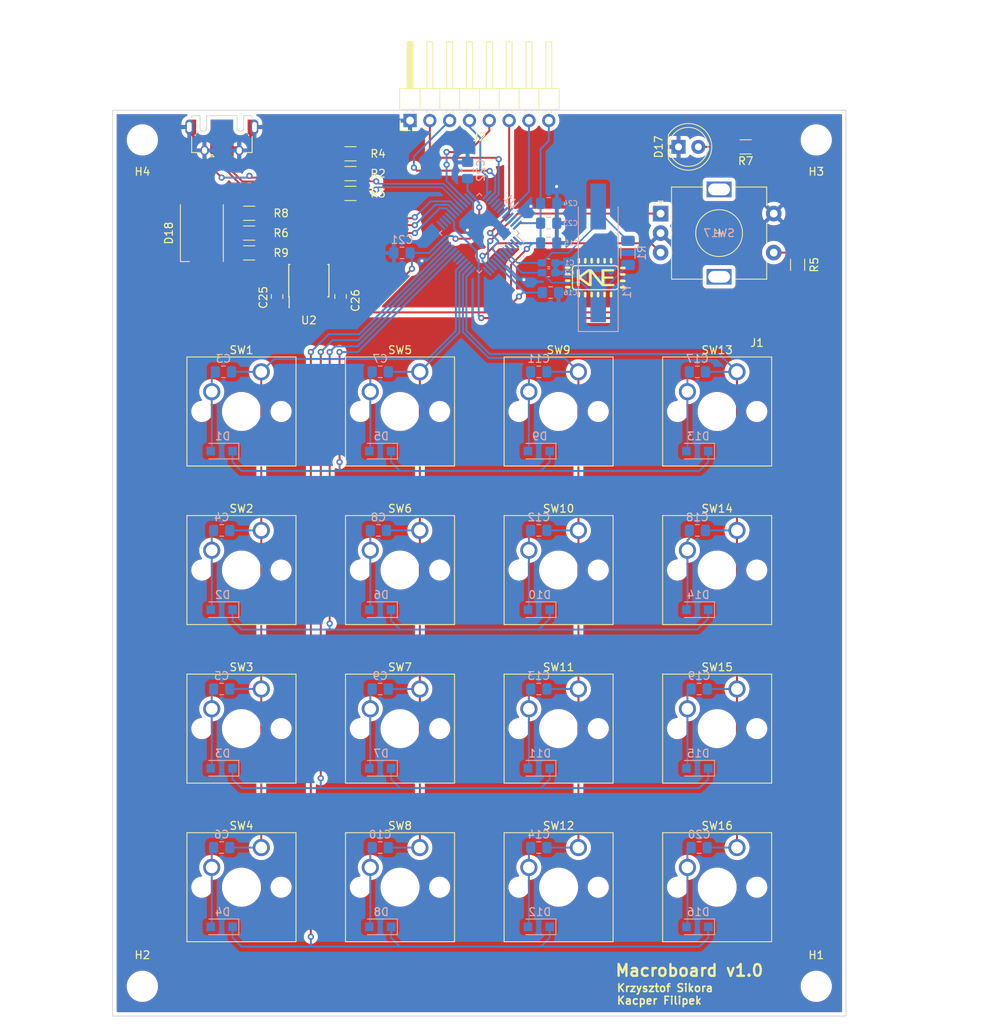
<source format=kicad_pcb>
(kicad_pcb (version 20211014) (generator pcbnew)
  (layers (0 "F.Cu" signal) (31 "B.Cu" signal) (34 "B.Paste" user) (35 "F.Paste" user) (36 "B.SilkS" user "B.Silkscreen") (37 "F.SilkS" user "F.Silkscreen") (38 "B.Mask" user) (39 "F.Mask" user) (44 "Edge.Cuts" user))
  (net 0 "")
  (net 1 "GND")
  (net 2 "Crystal+")
  (net 3 "Crystal-")
  (net 4 "COL0")
  (net 5 "Net-(C3-Pad2)")
  (net 6 "Net-(C4-Pad2)")
  (net 7 "Net-(C5-Pad2)")
  (net 8 "Net-(C6-Pad2)")
  (net 9 "COL1")
  (net 10 "Net-(C7-Pad2)")
  (net 11 "Net-(C8-Pad2)")
  (net 12 "Net-(C9-Pad2)")
  (net 13 "Net-(C10-Pad2)")
  (net 14 "COL2")
  (net 15 "Net-(C11-Pad2)")
  (net 16 "Net-(C12-Pad2)")
  (net 17 "Net-(C13-Pad2)")
  (net 18 "Net-(C14-Pad2)")
  (net 19 "VBAT")
  (net 20 "COL3")
  (net 21 "Net-(C17-Pad2)")
  (net 22 "Net-(C18-Pad2)")
  (net 23 "Net-(C19-Pad2)")
  (net 24 "Net-(C20-Pad2)")
  (net 25 "+5V")
  (net 26 "ROW0")
  (net 27 "ROW1")
  (net 28 "ROW2")
  (net 29 "ROW3")
  (net 30 "Net-(D17-Pad2)")
  (net 31 "Net-(D18-Pad1)")
  (net 32 "Net-(D18-Pad3)")
  (net 33 "Net-(D18-Pad4)")
  (net 34 "Net-(J1-Pad2)")
  (net 35 "Net-(J1-Pad3)")
  (net 36 "JTDO")
  (net 37 "JTDI")
  (net 38 "SWCLK")
  (net 39 "SWDIO")
  (net 40 "NRST")
  (net 41 "BOOT0")
  (net 42 "USBD+")
  (net 43 "USBD-")
  (net 44 "Net-(R5-Pad2)")
  (net 45 "led_blue")
  (net 46 "DebugLED")
  (net 47 "led_green")
  (net 48 "led_red")
  (net 49 "RotaryA")
  (net 50 "RotaryB")
  (footprint "Resistor_SMD:R_1206_3216Metric_Pad1.30x1.75mm_HandSolder" (layer "F.Cu") (at 104.2924 65.024 90)
    (fp_text reference "R5")
    (fp_text value "1k")
  )
  (footprint "Resistor_SMD:R_1206_3216Metric_Pad1.30x1.75mm_HandSolder" (layer "F.Cu") (at 34.01 58.42 180)
    (fp_text reference "R8")
    (fp_text value "100")
  )
  (footprint "Connector_USB:USB_Micro-AB_Molex_47590-0001" (layer "F.Cu") (at 30.51 47.37 180)
    (fp_text reference "J1")
    (fp_text value "USB_B_Micro")
    (fp_line (start -3.75 1.45) (end -2.8 1.45) (layer "Edge.Cuts") (width 0.1))
    (fp_line (start -1.95 1.45) (end 1.95 1.45) (layer "Edge.Cuts") (width 0.1))
    (fp_line (start -1.95 -0.125) (end -1.95 1.45) (layer "Edge.Cuts") (width 0.1))
    (fp_line (start 2.8 1.45) (end 3.75 1.45) (layer "Edge.Cuts") (width 0.1))
    (fp_line (start 2.8 -0.125) (end 2.8 1.45) (layer "Edge.Cuts") (width 0.1))
    (fp_line (start -2.8 -0.125) (end -2.8 1.45) (layer "Edge.Cuts") (width 0.1))
    (fp_line (start 1.95 -0.125) (end 1.95 1.45) (layer "Edge.Cuts") (width 0.1))
    (fp_arc (start -2.8 -0.125) (mid -2.375 -0.55) (end -1.95 -0.125) (layer "Edge.Cuts") (width 0.1))
    (fp_arc (start 1.95 -0.125) (mid 2.375 -0.55) (end 2.8 -0.125) (layer "Edge.Cuts") (width 0.1))
  )
  (footprint "Connector_PinHeader_2.54mm:PinHeader_1x08_P2.54mm_Horizontal" (layer "F.Cu") (at 54.625 46.539 90)
    (fp_text reference "J2")
    (fp_text value "Conn_01x08_Male")
  )
  (footprint "LED_SMD:LED_SK6812_PLCC4_5.0x5.0mm_P3.2mm" (layer "F.Cu") (at 27.94 60.96 -90)
    (fp_text reference "D18")
    (fp_text value "LED_RAGB")
  )
  (footprint "Button_Switch_Keyboard:SW_Cherry_MX_1.00u_PCB" (layer "F.Cu") (at 76.2 78.74)
    (fp_text reference "SW9")
    (fp_text value "SW_Push")
  )
  (footprint "Button_Switch_Keyboard:SW_Cherry_MX_1.00u_PCB" (layer "F.Cu") (at 76.2 139.7)
    (fp_text reference "SW12")
    (fp_text value "SW_Push")
  )
  (footprint "Logo:logo" (layer "F.Cu") (at 78.359 66.675)
    (fp_text reference "G***" hide)
    (fp_text value "LOGO" hide)
  )
  (footprint "Button_Switch_Keyboard:SW_Cherry_MX_1.00u_PCB" (layer "F.Cu") (at 76.2 99.06)
    (fp_text reference "SW10")
    (fp_text value "SW_Push")
  )
  (footprint "LED_THT:LED_D5.0mm" (layer "F.Cu") (at 89.027 49.911)
    (fp_text reference "D17")
    (fp_text value "LED")
  )
  (footprint "Button_Switch_Keyboard:SW_Cherry_MX_1.00u_PCB" (layer "F.Cu") (at 96.52 139.7)
    (fp_text reference "SW16")
    (fp_text value "SW_Push")
  )
  (footprint "Resistor_SMD:R_1206_3216Metric_Pad1.30x1.75mm_HandSolder" (layer "F.Cu") (at 34.01 60.96 180)
    (fp_text reference "R6")
    (fp_text value "100")
  )
  (footprint "Package_SO:PowerIntegrations_SO-8" (layer "F.Cu") (at 41.656 67.056 90)
    (fp_text reference "U2")
    (fp_text value "TC1262-33")
  )
  (footprint "Resistor_SMD:R_1206_3216Metric_Pad1.30x1.75mm_HandSolder" (layer "F.Cu") (at 97.637 49.911 180)
    (fp_text reference "R7")
    (fp_text value "470")
  )
  (footprint "Resistor_SMD:R_1206_3216Metric_Pad1.30x1.75mm_HandSolder" (layer "F.Cu") (at 34.01 63.5 180)
    (fp_text reference "R9")
    (fp_text value "150")
  )
  (footprint "Button_Switch_Keyboard:SW_Cherry_MX_1.00u_PCB" (layer "F.Cu") (at 96.52 99.06)
    (fp_text reference "SW14")
    (fp_text value "SW_Push")
  )
  (footprint "MountingHole:MountingHole_3mm" (layer "F.Cu") (at 20.32 157.48)
    (fp_text reference "H2")
    (fp_text value "MountingHole")
  )
  (footprint "Button_Switch_Keyboard:SW_Cherry_MX_1.00u_PCB" (layer "F.Cu") (at 55.88 78.74)
    (fp_text reference "SW5")
    (fp_text value "SW_Push")
  )
  (footprint "Resistor_SMD:R_1206_3216Metric_Pad1.30x1.75mm_HandSolder" (layer "F.Cu") (at 46.99 50.8)
    (fp_text reference "R4")
    (fp_text value "4.7k")
  )
  (footprint "MountingHole:MountingHole_3mm" (layer "F.Cu") (at 106.68 49.022)
    (fp_text reference "H3")
    (fp_text value "MountingHole")
  )
  (footprint "Button_Switch_Keyboard:SW_Cherry_MX_1.00u_PCB" (layer "F.Cu") (at 35.56 119.38)
    (fp_text reference "SW3")
    (fp_text value "SW_Push")
  )
  (footprint "Rotary_Encoder:RotaryEncoder_Alps_EC11E-Switch_Vertical_H20mm" (layer "F.Cu") (at 86.73 58.46)
    (fp_text reference "SW17")
    (fp_text value "RotaryEncoder_Switch")
  )
  (footprint "Capacitor_SMD:C_0805_2012Metric_Pad1.18x1.45mm_HandSolder" (layer "F.Cu") (at 45.72 69.088 90)
    (fp_text reference "C26")
    (fp_text value "1u")
  )
  (footprint "MountingHole:MountingHole_3mm" (layer "F.Cu") (at 20.32 49.022)
    (fp_text reference "H4")
    (fp_text value "MountingHole")
  )
  (footprint "Button_Switch_Keyboard:SW_Cherry_MX_1.00u_PCB" (layer "F.Cu") (at 35.56 139.7)
    (fp_text reference "SW4")
    (fp_text value "SW_Push")
  )
  (footprint "Button_Switch_Keyboard:SW_Cherry_MX_1.00u_PCB" (layer "F.Cu") (at 35.56 78.74)
    (fp_text reference "SW1")
    (fp_text value "SW_Push")
  )
  (footprint "Button_Switch_Keyboard:SW_Cherry_MX_1.00u_PCB" (layer "F.Cu") (at 96.52 119.38)
    (fp_text reference "SW15")
    (fp_text value "SW_Push")
  )
  (footprint "Button_Switch_Keyboard:SW_Cherry_MX_1.00u_PCB" (layer "F.Cu") (at 76.2 119.38)
    (fp_text reference "SW11")
    (fp_text value "SW_Push")
  )
  (footprint "Button_Switch_Keyboard:SW_Cherry_MX_1.00u_PCB" (layer "F.Cu") (at 96.52 78.74)
    (fp_text reference "SW13")
    (fp_text value "SW_Push")
  )
  (footprint "Button_Switch_Keyboard:SW_Cherry_MX_1.00u_PCB" (layer "F.Cu") (at 55.88 139.7)
    (fp_text reference "SW8")
    (fp_text value "SW_Push")
  )
  (footprint "Resistor_SMD:R_1206_3216Metric_Pad1.30x1.75mm_HandSolder" (layer "F.Cu") (at 46.99 53.34)
    (fp_text reference "R2")
    (fp_text value "20")
  )
  (footprint "Capacitor_SMD:C_0805_2012Metric_Pad1.18x1.45mm_HandSolder" (layer "F.Cu") (at 37.592 69.088 90)
    (fp_text reference "C25")
    (fp_text value "1u")
  )
  (footprint "MountingHole:MountingHole_3mm" (layer "F.Cu") (at 106.68 157.48)
    (fp_text reference "H1")
    (fp_text value "MountingHole")
  )
  (footprint "Button_Switch_Keyboard:SW_Cherry_MX_1.00u_PCB" (layer "F.Cu") (at 55.88 119.38)
    (fp_text reference "SW7")
    (fp_text value "SW_Push")
  )
  (footprint "Button_Switch_Keyboard:SW_Cherry_MX_1.00u_PCB" (layer "F.Cu") (at 35.56 99.06)
    (fp_text reference "SW2")
    (fp_text value "SW_Push")
  )
  (footprint "Button_Switch_Keyboard:SW_Cherry_MX_1.00u_PCB" (layer "F.Cu") (at 55.88 99.06)
    (fp_text reference "SW6")
    (fp_text value "SW_Push")
  )
  (footprint "Resistor_SMD:R_1206_3216Metric_Pad1.30x1.75mm_HandSolder" (layer "F.Cu") (at 46.99 55.88 180)
    (fp_text reference "R3")
    (fp_text value "20")
  )
  (footprint "Capacitor_SMD:C_0805_2012Metric_Pad1.18x1.45mm_HandSolder" (layer "B.Cu") (at 91.6725 139.7 180)
    (fp_text reference "C20")
    (fp_text value "C")
  )
  (footprint "Diode_SMD:D_SOD-123F" (layer "B.Cu") (at 50.8 109.22 180)
    (fp_text reference "D6")
    (fp_text value "D")
  )
  (footprint "Capacitor_SMD:C_0805_2012Metric_Pad1.18x1.45mm_HandSolder" (layer "B.Cu") (at 30.48 139.7 180)
    (fp_text reference "C6")
    (fp_text value "C")
  )
  (footprint "Capacitor_SMD:C_0805_2012Metric_Pad1.18x1.45mm_HandSolder" (layer "B.Cu") (at 91.6725 119.38 180)
    (fp_text reference "C19")
    (fp_text value "C")
  )
  (footprint "Resistor_SMD:R_1206_3216Metric_Pad1.30x1.75mm_HandSolder" (layer "B.Cu") (at 82.55 63.5 -90)
    (fp_text reference "R1")
    (fp_text value "1M")
  )
  (footprint "Capacitor_SMD:C_0805_2012Metric_Pad1.18x1.45mm_HandSolder" (layer "B.Cu") (at 72.39 57.15)
    (fp_text reference "C24")
    (fp_text value "4.7u")
  )
  (footprint "Diode_SMD:D_SOD-123F" (layer "B.Cu") (at 71.12 109.22 180)
    (fp_text reference "D10")
    (fp_text value "D")
  )
  (footprint "Crystal:Crystal_SMD_HC49-SD_HandSoldering" (layer "B.Cu") (at 78.74 63.5 90)
    (fp_text reference "Y1")
    (fp_text value "8MHz")
  )
  (footprint "Capacitor_SMD:C_0805_2012Metric_Pad1.18x1.45mm_HandSolder" (layer "B.Cu") (at 50.8 78.74 180)
    (fp_text reference "C7")
    (fp_text value "C")
  )
  (footprint "Diode_SMD:D_SOD-123F" (layer "B.Cu") (at 50.8 88.9 180)
    (fp_text reference "D5")
    (fp_text value "D")
  )
  (footprint "Diode_SMD:D_SOD-123F" (layer "B.Cu") (at 50.8 149.86 180)
    (fp_text reference "D8")
    (fp_text value "D")
  )
  (footprint "Capacitor_SMD:C_0805_2012Metric_Pad1.18x1.45mm_HandSolder" (layer "B.Cu") (at 71.12 78.74 180)
    (fp_text reference "C11")
    (fp_text value "C")
  )
  (footprint "Capacitor_SMD:C_0805_2012Metric_Pad1.18x1.45mm_HandSolder" (layer "B.Cu") (at 72.39 62.23)
    (fp_text reference "C15")
    (fp_text value "10n")
  )
  (footprint "Capacitor_SMD:C_0805_2012Metric_Pad1.18x1.45mm_HandSolder" (layer "B.Cu") (at 72.39 59.69)
    (fp_text reference "C23")
    (fp_text value "100n")
  )
  (footprint "Capacitor_SMD:C_0603_1608Metric_Pad1.08x0.95mm_HandSolder" (layer "B.Cu") (at 72.39 66.04 180)
    (fp_text reference "C2")
    (fp_text value "20p")
  )
  (footprint "Diode_SMD:D_SOD-123F" (layer "B.Cu") (at 50.8 129.54 180)
    (fp_text reference "D7")
    (fp_text value "D")
  )
  (footprint "Capacitor_SMD:C_0805_2012Metric_Pad1.18x1.45mm_HandSolder" (layer "B.Cu") (at 53.594 63.5 180)
    (fp_text reference "C21")
    (fp_text value "100n")
  )
  (footprint "Diode_SMD:D_SOD-123F" (layer "B.Cu") (at 91.44 88.9 180)
    (fp_text reference "D13")
    (fp_text value "D")
  )
  (footprint "Package_QFP:LQFP-48_7x7mm_P0.5mm" (layer "B.Cu") (at 63.5 60.96 135)
    (fp_text reference "U1")
    (fp_text value "STM32F103C6Tx")
  )
  (footprint "Capacitor_SMD:C_0805_2012Metric_Pad1.18x1.45mm_HandSolder" (layer "B.Cu") (at 71.12 139.7 180)
    (fp_text reference "C14")
    (fp_text value "C")
  )
  (footprint "Diode_SMD:D_SOD-123F" (layer "B.Cu") (at 30.48 88.9 180)
    (fp_text reference "D1")
    (fp_text value "D")
  )
  (footprint "Capacitor_SMD:C_0805_2012Metric_Pad1.18x1.45mm_HandSolder" (layer "B.Cu") (at 50.5675 99.06 180)
    (fp_text reference "C8")
    (fp_text value "C")
  )
  (footprint "Capacitor_SMD:C_0805_2012Metric_Pad1.18x1.45mm_HandSolder" (layer "B.Cu") (at 30.48 119.38 180)
    (fp_text reference "C5")
    (fp_text value "C")
  )
  (footprint "Capacitor_SMD:C_0805_2012Metric_Pad1.18x1.45mm_HandSolder" (layer "B.Cu") (at 30.48 99.06 180)
    (fp_text reference "C4")
    (fp_text value "C")
  )
  (footprint "Capacitor_SMD:C_0805_2012Metric_Pad1.18x1.45mm_HandSolder" (layer "B.Cu") (at 30.7125 78.74 180)
    (fp_text reference "C3")
    (fp_text value "C")
  )
  (footprint "Diode_SMD:D_SOD-123F" (layer "B.Cu") (at 30.48 109.22 180)
    (fp_text reference "D2")
    (fp_text value "D")
  )
  (footprint "Capacitor_SMD:C_0805_2012Metric_Pad1.18x1.45mm_HandSolder" (layer "B.Cu") (at 71.12 99.06 180)
    (fp_text reference "C12")
    (fp_text value "C")
  )
  (footprint "Capacitor_SMD:C_0805_2012Metric_Pad1.18x1.45mm_HandSolder" (layer "B.Cu") (at 91.44 99.06 180)
    (fp_text reference "C18")
    (fp_text value "C")
  )
  (footprint "Capacitor_SMD:C_0805_2012Metric_Pad1.18x1.45mm_HandSolder" (layer "B.Cu") (at 91.44 78.74 180)
    (fp_text reference "C17")
    (fp_text value "C")
  )
  (footprint "Capacitor_SMD:C_0805_2012Metric_Pad1.18x1.45mm_HandSolder" (layer "B.Cu") (at 72.6225 68.58)
    (fp_text reference "C16")
    (fp_text value "10n")
  )
  (footprint "Capacitor_SMD:C_0805_2012Metric_Pad1.18x1.45mm_HandSolder" (layer "B.Cu") (at 50.8 139.7 180)
    (fp_text reference "C10")
    (fp_text value "C")
  )
  (footprint "Diode_SMD:D_SOD-123F" (layer "B.Cu") (at 91.44 129.54 180)
    (fp_text reference "D15")
    (fp_text value "D")
  )
  (footprint "Capacitor_SMD:C_0603_1608Metric_Pad1.08x0.95mm_HandSolder" (layer "B.Cu") (at 72.39 64.77 180)
    (fp_text reference "C1")
    (fp_text value "20p")
  )
  (footprint "Diode_SMD:D_SOD-123F" (layer "B.Cu") (at 30.48 149.86 180)
    (fp_text reference "D4")
    (fp_text value "D")
  )
  (footprint "Diode_SMD:D_SOD-123F" (layer "B.Cu") (at 30.48 129.54 180)
    (fp_text reference "D3")
    (fp_text value "D")
  )
  (footprint "Diode_SMD:D_SOD-123F" (layer "B.Cu") (at 91.44 149.86 180)
    (fp_text reference "D16")
    (fp_text value "D")
  )
  (footprint "Capacitor_SMD:C_0805_2012Metric_Pad1.18x1.45mm_HandSolder" (layer "B.Cu") (at 61.9975 52.9375 90)
    (fp_text reference "C22")
    (fp_text value "100n")
  )
  (footprint "Diode_SMD:D_SOD-123F" (layer "B.Cu") (at 91.44 109.22 180)
    (fp_text reference "D14")
    (fp_text value "D")
  )
  (footprint "Diode_SMD:D_SOD-123F" (layer "B.Cu") (at 71.12 149.86 180)
    (fp_text reference "D12")
    (fp_text value "D")
  )
  (footprint "Diode_SMD:D_SOD-123F" (layer "B.Cu") (at 71.12 88.9 180)
    (fp_text reference "D9")
    (fp_text value "D")
  )
  (footprint "Diode_SMD:D_SOD-123F" (layer "B.Cu") (at 71.12 129.54 180)
    (fp_text reference "D11")
    (fp_text value "D")
  )
  (footprint "Capacitor_SMD:C_0805_2012Metric_Pad1.18x1.45mm_HandSolder" (layer "B.Cu") (at 50.8 119.38 180)
    (fp_text reference "C9")
    (fp_text value "C")
  )
  (footprint "Capacitor_SMD:C_0805_2012Metric_Pad1.18x1.45mm_HandSolder" (layer "B.Cu") (at 71.12 119.38 180)
    (fp_text reference "C13")
    (fp_text value "C")
  )
  (gr_rect (start 16.51 45.212) (end 110.49 161.29) (layer "Edge.Cuts") (width 0.1) (fill none))
  (gr_text "Macroboard v1.0" (at 90.424 155.448) (layer "F.SilkS") (effects (font (size 1.5 1.5) (thickness 0.3))))
  (gr_text "Krzysztof Sikora\nKacper Filipek" (at 81.026 158.496) (layer "F.SilkS") (effects (font (size 1 1) (thickness 0.2)) (justify left)))
  (segment (start 31.81 50.045) (end 31.81 48.67) (width 0.25) (layer "F.Cu") (net 1))
  (segment (start 31.81 48.67) (end 30.51 47.37) (width 0.25) (layer "F.Cu") (net 1))
  (segment (start 72.644 54.991) (end 73.406 54.991) (width 0.25) (layer "F.Cu") (net 1))
  (segment (start 31.16 50.045) (end 31.16 48.02) (width 0.25) (layer "F.Cu") (net 1))
  (segment (start 61.976 60.579) (end 58.293 60.579) (width 0.25) (layer "F.Cu") (net 1))
  (segment (start 31.16 48.02) (end 30.51 47.37) (width 0.25) (layer "F.Cu") (net 1))
  (segment (start 70.104 57.531) (end 72.644 54.991) (width 0.25) (layer "F.Cu") (net 1))
  (segment (start 50.8215 68.0505) (end 45.72 68.0505) (width 0.25) (layer "F.Cu") (net 1))
  (segment (start 58.293 60.579) (end 50.8215 68.0505) (width 0.25) (layer "F.Cu") (net 1))
  (via (at 73.406 54.991) (size 0.8) (drill 0.4) (layers "F.Cu" "B.Cu") (net 1))
  (via (at 70.104 57.531) (size 0.8) (drill 0.4) (layers "F.Cu" "B.Cu") (net 1))
  (via (at 69.215 66.929) (size 0.8) (drill 0.4) (layers "F.Cu" "B.Cu") (net 1))
  (via (at 61.976 60.579) (size 0.8) (drill 0.4) (layers "F.Cu" "B.Cu") (net 1))
  (via (at 56.134 64.516) (size 0.8) (drill 0.4) (layers "F.Cu" "B.Cu") (net 1))
  (segment (start 68.40834 66.929) (end 68.58 66.929) (width 0.25) (layer "B.Cu") (net 1))
  (segment (start 73.406 54.991) (end 73.406 57.1285) (width 0.25) (layer "B.Cu") (net 1))
  (segment (start 68.58 66.929) (end 68.372986 66.929) (width 0.25) (layer "B.Cu") (net 1))
  (segment (start 58.965678 62.312342) (end 56.76202 64.516) (width 0.25) (layer "B.Cu") (net 1))
  (segment (start 68.034322 59.607658) (end 70.104 57.53798) (width 0.25) (layer "B.Cu") (net 1))
  (segment (start 73.406 57.1285) (end 73.4275 57.15) (width 0.25) (layer "B.Cu") (net 1))
  (segment (start 68.58 66.929) (end 69.215 66.929) (width 0.25) (layer "B.Cu") (net 1))
  (segment (start 56.76202 64.516) (end 56.134 64.516) (width 0.25) (layer "B.Cu") (net 1))
  (segment (start 62.715596 59.839404) (end 62.715596 56.993616) (width 0.25) (layer "B.Cu") (net 1))
  (segment (start 61.976 60.579) (end 62.715596 59.839404) (width 0.25) (layer "B.Cu") (net 1))
  (segment (start 68.372986 66.929) (end 65.959986 64.516) (width 0.25) (layer "B.Cu") (net 1))
  (segment (start 70.104 57.53798) (end 70.104 57.531) (width 0.25) (layer "B.Cu") (net 1))
  (segment (start 62.715596 56.993616) (end 62.147658 56.425678) (width 0.25) (layer "B.Cu") (net 1))
  (segment (start 78.74 58.14) (end 78.74 57.5625) (width 0.2) (layer "B.Cu") (net 2))
  (segment (start 74.93 63.5) (end 78.74 59.69) (width 0.2) (layer "B.Cu") (net 2))
  (segment (start 71.5275 64.77) (end 72.7975 63.5) (width 0.2) (layer "B.Cu") (net 2))
  (segment (start 68.37066 64.77) (end 66.973662 63.373002) (width 0.2) (layer "B.Cu") (net 2))
  (segment (start 78.74 59.69) (end 78.74 57.5625) (width 0.2) (layer "B.Cu") (net 2))
  (segment (start 82.55 61.95) (end 78.74 58.14) (width 0.2) (layer "B.Cu") (net 2))
  (segment (start 72.7975 63.5) (end 74.93 63.5) (width 0.2) (layer "B.Cu") (net 2))
  (segment (start 71.5275 64.77) (end 68.37066 64.77) (width 0.2) (layer "B.Cu") (net 2))
  (segment (start 71.5275 66.04) (end 72.7975 67.31) (width 0.2) (layer "B.Cu") (net 3))
  (segment (start 78.74 68.86) (end 78.74 69.4375) (width 0.2) (layer "B.Cu") (net 3))
  (segment (start 76.6125 67.31) (end 78.74 69.4375) (width 0.2) (layer "B.Cu") (net 3))
  (segment (start 82.55 65.05) (end 78.74 68.86) (width 0.2) (layer "B.Cu") (net 3))
  (segment (start 71.5275 66.04) (end 68.933554 66.04) (width 0.2) (layer "B.Cu") (net 3))
  (segment (start 72.7975 67.31) (end 76.6125 67.31) (width 0.2) (layer "B.Cu") (net 3))
  (segment (start 68.933554 66.04) (end 66.620109 63.726555) (width 0.2) (layer "B.Cu") (net 3))
  (segment (start 35.56 78.74) (end 35.56 99.06) (width 0.25) (layer "F.Cu") (net 4))
  (segment (start 35.56 119.38) (end 35.56 139.7) (width 0.25) (layer "F.Cu") (net 4))
  (segment (start 35.56 99.06) (end 35.56 119.38) (width 0.25) (layer "F.Cu") (net 4))
  (segment (start 56.894604 77.089) (end 37.211 77.089) (width 0.25) (layer "B.Cu") (net 4))
  (segment (start 60.499 65.728766) (end 60.499 73.484604) (width 0.25) (layer "B.Cu") (net 4))
  (segment (start 31.5175 99.06) (end 35.56 99.06) (width 0.25) (layer "B.Cu") (net 4))
  (segment (start 37.211 77.089) (end 35.56 78.74) (width 0.25) (layer "B.Cu") (net 4))
  (segment (start 60.499 73.484604) (end 56.894604 77.089) (width 0.25) (layer "B.Cu") (net 4))
  (segment (start 31.75 78.74) (end 35.56 78.74) (width 0.25) (layer "B.Cu") (net 4))
  (segment (start 61.440551 64.787215) (end 60.499 65.728766) (width 0.25) (layer "B.Cu") (net 4))
  (segment (start 31.5175 119.38) (end 35.56 119.38) (width 0.25) (layer "B.Cu") (net 4))
  (segment (start 31.5175 139.7) (end 35.56 139.7) (width 0.25) (layer "B.Cu") (net 4))
  (segment (start 29.21 81.28) (end 29.21 88.77) (width 0.25) (layer "B.Cu") (net 5))
  (segment (start 29.21 88.77) (end 29.08 88.9) (width 0.25) (layer "B.Cu") (net 5))
  (segment (start 29.675 78.74) (end 29.21 79.205) (width 0.25) (layer "B.Cu") (net 5))
  (segment (start 29.21 79.205) (end 29.21 81.28) (width 0.25) (layer "B.Cu") (net 5))
  (segment (start 29.21 99.2925) (end 29.21 101.6) (width 0.25) (layer "B.Cu") (net 6))
  (segment (start 29.21 109.09) (end 29.08 109.22) (width 0.25) (layer "B.Cu") (net 6))
  (segment (start 29.4425 99.06) (end 29.21 99.2925) (width 0.25) (layer "B.Cu") (net 6))
  (segment (start 29.21 101.6) (end 29.21 109.09) (width 0.25) (layer "B.Cu") (net 6))
  (segment (start 29.21 129.41) (end 29.08 129.54) (width 0.25) (layer "B.Cu") (net 7))
  (segment (start 29.21 119.6125) (end 29.21 121.92) (width 0.25) (layer "B.Cu") (net 7))
  (segment (start 29.21 121.92) (end 29.21 129.41) (width 0.25) (layer "B.Cu") (net 7))
  (segment (start 29.4425 119.38) (end 29.21 119.6125) (width 0.25) (layer "B.Cu") (net 7))
  (segment (start 29.21 142.24) (end 29.21 149.73) (width 0.25) (layer "B.Cu") (net 8))
  (segment (start 29.21 149.73) (end 29.08 149.86) (width 0.25) (layer "B.Cu") (net 8))
  (segment (start 29.4425 139.7) (end 29.21 139.9325) (width 0.25) (layer "B.Cu") (net 8))
  (segment (start 29.21 139.9325) (end 29.21 142.24) (width 0.25) (layer "B.Cu") (net 8))
  (segment (start 55.88 139.7) (end 55.88 119.38) (width 0.25) (layer "F.Cu") (net 9))
  (segment (start 55.88 99.06) (end 55.88 78.74) (width 0.25) (layer "F.Cu") (net 9))
  (segment (start 55.88 119.38) (end 55.88 99.06) (width 0.25) (layer "F.Cu") (net 9))
  (segment (start 51.8375 78.74) (end 55.88 78.74) (width 0.25) (layer "B.Cu") (net 9))
  (segment (start 60.949 65.985874) (end 60.949 73.671) (width 0.25) (layer "B.Cu") (net 9))
  (segment (start 51.605 99.06) (end 55.88 99.06) (width 0.25) (layer "B.Cu") (net 9))
  (segment (start 61.794105 65.140769) (end 60.949 65.985874) (width 0.25) (layer "B.Cu") (net 9))
  (segment (start 51.8375 139.7) (end 55.88 139.7) (width 0.25) (layer "B.Cu") (net 9))
  (segment (start 60.949 73.671) (end 55.88 78.74) (width 0.25) (layer "B.Cu") (net 9))
  (segment (start 51.8375 119.38) (end 55.88 119.38) (width 0.25) (layer "B.Cu") (net 9))
  (segment (start 49.53 81.28) (end 49.53 88.77) (width 0.25) (layer "B.Cu") (net 10))
  (segment (start 49.7625 78.74) (end 49.53 78.9725) (width 0.25) (layer "B.Cu") (net 10))
  (segment (start 49.53 78.9725) (end 49.53 81.28) (width 0.25) (layer "B.Cu") (net 10))
  (segment (start 49.53 88.77) (end 49.4 88.9) (width 0.25) (layer "B.Cu") (net 10))
  (segment (start 49.53 101.6) (end 49.53 109.22) (width 0.25) (layer "B.Cu") (net 11))
  (segment (start 49.53 99.06) (end 49.53 101.6) (width 0.25) (layer "B.Cu") (net 11))
  (segment (start 49.53 129.41) (end 49.4 129.54) (width 0.25) (layer "B.Cu") (net 12))
  (segment (start 49.53 121.92) (end 49.53 129.41) (width 0.25) (layer "B.Cu") (net 12))
  (segment (start 49.7625 119.38) (end 49.53 119.6125) (width 0.25) (layer "B.Cu") (net 12))
  (segment (start 49.53 119.6125) (end 49.53 121.92) (width 0.25) (layer "B.Cu") (net 12))
  (segment (start 49.53 149.73) (end 49.4 149.86) (width 0.25) (layer "B.Cu") (net 13))
  (segment (start 49.7625 139.7) (end 49.53 139.9325) (width 0.25) (layer "B.Cu") (net 13))
  (segment (start 49.53 142.24) (end 49.53 149.73) (width 0.25) (layer "B.Cu") (net 13))
  (segment (start 49.53 139.9325) (end 49.53 142.24) (width 0.25) (layer "B.Cu") (net 13))
  (segment (start 76.2 99.06) (end 76.2 119.38) (width 0.25) (layer "F.Cu") (net 14))
  (segment (start 76.2 78.74) (end 76.2 99.06) (width 0.25) (layer "F.Cu") (net 14))
  (segment (start 76.2 119.38) (end 76.2 139.7) (width 0.25) (layer "F.Cu") (net 14))
  (segment (start 72.1575 99.06) (end 76.2 99.06) (width 0.25) (layer "B.Cu") (net 14))
  (segment (start 72.1575 78.74) (end 76.2 78.74) (width 0.25) (layer "B.Cu") (net 14))
  (segment (start 72.1575 139.7) (end 76.2 139.7) (width 0.25) (layer "B.Cu") (net 14))
  (segment (start 74.422 76.962) (end 76.2 78.74) (width 0.25) (layer "B.Cu") (net 14))
  (segment (start 64.705802 76.962) (end 74.422 76.962) (width 0.25) (layer "B.Cu") (net 14))
  (segment (start 61.399 66.24298) (end 61.399 73.655198) (width 0.25) (layer "B.Cu") (net 14))
  (segment (start 72.1575 119.38) (end 76.2 119.38) (width 0.25) (layer "B.Cu") (net 14))
  (segment (start 61.399 73.655198) (end 64.705802 76.962) (width 0.25) (layer "B.Cu") (net 14))
  (segment (start 62.147658 65.494322) (end 61.399 66.24298) (width 0.25) (layer "B.Cu") (net 14))
  (segment (start 70.0825 78.74) (end 69.85 78.9725) (width 0.25) (layer "B.Cu") (net 15))
  (segment (start 69.85 88.77) (end 69.72 88.9) (width 0.25) (layer "B.Cu") (net 15))
  (segment (start 69.85 78.9725) (end 69.85 81.28) (width 0.25) (layer "B.Cu") (net 15))
  (segment (start 69.85 81.28) (end 69.85 88.77) (width 0.25) (layer "B.Cu") (net 15))
  (segment (start 70.0825 99.06) (end 69.85 99.2925) (width 0.25) (layer "B.Cu") (net 16))
  (segment (start 69.85 99.2925) (end 69.85 101.6) (width 0.25) (layer "B.Cu") (net 16))
  (segment (start 69.85 101.6) (end 69.85 109.09) (width 0.25) (layer "B.Cu") (net 16))
  (segment (start 69.85 109.09) (end 69.72 109.22) (width 0.25) (layer "B.Cu") (net 16))
  (segment (start 69.85 121.92) (end 69.85 129.41) (width 0.25) (layer "B.Cu") (net 17))
  (segment (start 69.85 129.41) (end 69.72 129.54) (width 0.25) (layer "B.Cu") (net 17))
  (segment (start 70.0825 119.38) (end 69.85 119.6125) (width 0.25) (layer "B.Cu") (net 17))
  (segment (start 69.85 119.6125) (end 69.85 121.92) (width 0.25) (layer "B.Cu") (net 17))
  (segment (start 69.85 149.73) (end 69.72 149.86) (width 0.25) (layer "B.Cu") (net 18))
  (segment (start 69.85 139.9325) (end 69.85 142.24) (width 0.25) (layer "B.Cu") (net 18))
  (segment (start 70.0825 139.7) (end 69.85 139.9325) (width 0.25) (layer "B.Cu") (net 18))
  (segment (start 69.85 142.24) (end 69.85 149.73) (width 0.25) (layer "B.Cu") (net 18))
  (segment (start 44.7395 71.106) (end 44.7535 71.12) (width 0.25) (layer "F.Cu") (net 19))
  (segment (start 44.7395 71.106) (end 45.72 70.1255) (width 0.25) (layer "F.Cu") (net 19))
  (segment (start 104.14 68.58) (end 104.14 66.7264) (width 0.25) (layer "F.Cu") (net 19))
  (segment (start 66.548 71.12) (end 101.6 71.12) (width 0.25) (layer "F.Cu") (net 19))
  (segment (start 67.564 70.104) (end 68.58 69.088) (width 0.25) (layer "F.Cu") (net 19))
  (segment (start 44.7535 71.12) (end 49.276 71.12) (width 0.25) (layer "F.Cu") (net 19))
  (segment (start 42.291 69.781) (end 42.291 70.481) (width 0.25) (layer "F.Cu") (net 19))
  (segment (start 49.276 71.12) (end 54.864 65.532) (width 0.25) (layer "F.Cu") (net 19))
  (segment (start 67.564 70.104) (end 67.564 65.024) (width 0.25) (layer "F.Cu") (net 19))
  (segment (start 62.276805 61.6845) (end 63.5 60.461305) (width 0.25) (layer "F.Cu") (net 19))
  (segment (start 63.5 60.461305) (end 63.5 57.658) (width 0.25) (layer "F.Cu") (net 19))
  (segment (start 60.452 61.6845) (end 62.276805 61.6845) (width 0.25) (layer "F.Cu") (net 19))
  (segment (start 42.916 71.106) (end 44.7395 71.106) (width 0.25) (layer "F.Cu") (net 19))
  (segment (start 101.6 71.12) (end 104.14 68.58) (width 0.25) (layer "F.Cu") (net 19))
  (segment (start 49.276 71.12) (end 66.548 71.12) (width 0.25) (layer "F.Cu") (net 19))
  (segment (start 104.14 66.7264) (end 104.2924 66.574) (width 0.25) (layer "F.Cu") (net 19))
  (segment (start 66.548 71.12) (end 67.564 70.104) (width 0.25) (layer "F.Cu") (net 19))
  (segment (start 42.291 70.481) (end 42.916 71.106) (width 0.25) (layer "F.Cu") (net 19))
  (segment (start 67.564 65.024) (end 69.596 62.992) (width 0.25) (layer "F.Cu") (net 19))
  (via (at 68.58 69.088) (size 0.8) (drill 0.4) (layers "F.Cu" "B.Cu") (net 19))
  (via (at 63.5 57.658) (size 0.8) (drill 0.4) (layers "F.Cu" "B.Cu") (net 19))
  (via (at 69.596 62.992) (size 0.8) (drill 0.4) (layers "F.Cu" "B.Cu") (net 19))
  (via (at 54.864 65.532) (size 0.8) (drill 0.4) (layers "F.Cu" "B.Cu") (net 19))
  (via (at 60.452 61.6845) (size 0.8) (drill 0.4) (layers "F.Cu" "B.Cu") (net 19))
  (segment (start 71.3525 50.1865) (end 72.405 49.134) (width 0.25) (layer "B.Cu") (net 19))
  (segment (start 71.585 68.58) (end 69.352234 68.58) (width 0.25) (layer "B.Cu") (net 19))
  (segment (start 71.3525 62.23) (end 70.358 62.23) (width 0.25) (layer "B.Cu") (net 19))
  (segment (start 71.3525 57.15) (end 71.3525 59.69) (width 0.25) (layer "B.Cu") (net 19))
  (segment (start 69.596 62.992) (end 70.358 62.23) (width 0.25) (layer "B.Cu") (net 19))
  (segment (start 68.58 69.088) (end 69.088 68.58) (width 0.25) (layer "B.Cu") (net 19))
  (segment (start 61.9975 55.568412) (end 62.501212 56.072124) (width 0.25) (layer "B.Cu") (net 19))
  (segment (start 71.3525 57.15) (end 71.3525 50.1865) (width 0.25) (layer "B.Cu") (net 19))
  (segment (start 61.9975 53.975) (end 61.9975 55.568412) (width 0.25) (layer "B.Cu") (net 19))
  (segment (start 63.5 57.070912) (end 62.501212 56.072124) (width 0.25) (layer "B.Cu") (net 19))
  (segment (start 58.612124 61.958788) (end 58.589612 61.958788) (width 0.25) (layer "B.Cu") (net 19))
  (segment (start 58.589612 61.958788) (end 57.0484 63.5) (width 0.25) (layer "B.Cu") (net 19))
  (segment (start 71.3525 59.69) (end 71.3525 62.23) (width 0.25) (layer "B.Cu") (net 19))
  (segment (start 72.405 49.134) (end 72.405 46.539) (width 0.25) (layer "B.Cu") (net 19))
  (segment (start 69.352234 68.58) (end 65.559449 64.787215) (width 0.25) (layer "B.Cu") (net 19))
  (segment (start 54.864 65.532) (end 54.864 63.7325) (width 0.25) (layer "B.Cu") (net 19))
  (segment (start 54.6315 63.5) (end 57.0484 63.5) (width 0.25) (layer "B.Cu") (net 19))
  (segment (start 59.229912 61.341) (end 59.69 61.341) (width 0.25) (layer "B.Cu") (net 19))
  (segment (start 63.5 57.658) (end 63.5 57.070912) (width 0.25) (layer "B.Cu") (net 19))
  (segment (start 70.358 62.23) (end 68.659088 62.23) (width 0.25) (layer "B.Cu") (net 19))
  (segment (start 68.659088 62.23) (end 68.387876 61.958788) (width 0.25) (layer "B.Cu") (net 19))
  (segment (start 60.1085 61.341) (end 60.452 61.6845) (width 0.25) (layer "B.Cu") (net 19))
  (segment (start 58.612124 61.958788) (end 59.229912 61.341) (width 0.25) (layer "B.Cu") (net 19))
  (segment (start 54.864 63.7325) (end 54.6315 63.5) (width 0.25) (layer "B.Cu") (net 19))
  (segment (start 71.3525 59.69) (end 68.659088 59.69) (width 0.25) (layer "B.Cu") (net 19))
  (segment (start 68.659088 59.69) (end 68.387876 59.961212) (width 0.25) (layer "B.Cu") (net 19))
  (segment (start 69.088 68.58) (end 69.352234 68.58) (width 0.25) (layer "B.Cu") (net 19))
  (segment (start 59.69 61.341) (end 60.1085 61.341) (width 0.25) (layer "B.Cu") (net 19))
  (segment (start 96.52 99.06) (end 96.52 78.74) (width 0.25) (layer "F.Cu") (net 20))
  (segment (start 96.52 119.38) (end 96.52 99.06) (width 0.25) (layer "F.Cu") (net 20))
  (segment (start 96.52 139.7) (end 96.52 119.38) (width 0.25) (layer "F.Cu") (net 20))
  (segment (start 64.834198 76.454) (end 61.849 73.468802) (width 0.25) (layer "B.Cu") (net 20))
  (segment (start 62.501212 65.895788) (end 62.501212 65.847876) (width 0.25) (layer "B.Cu") (net 20))
  (segment (start 94.234 76.454) (end 64.834198 76.454) (width 0.25) (layer "B.Cu") (net 20))
  (segment (start 92.4775 99.06) (end 96.52 99.06) (width 0.25) (layer "B.Cu") (net 20))
  (segment (start 61.849 73.468802) (end 61.849 66.548) (width 0.25) (layer "B.Cu") (net 20))
  (segment (start 92.4775 78.74) (end 96.52 78.74) (width 0.25) (layer "B.Cu") (net 20))
  (segment (start 92.71 139.7) (end 96.52 139.7) (width 0.25) (layer "B.Cu") (net 20))
  (segment (start 92.71 119.38) (end 96.52 119.38) (width 0.25) (layer "B.Cu") (net 20))
  (segment (start 96.52 78.74) (end 94.234 76.454) (width 0.25) (layer "B.Cu") (net 20))
  (segment (start 61.849 66.548) (end 62.501212 65.895788) (width 0.25) (layer "B.Cu") (net 20))
  (segment (start 90.4025 78.74) (end 90.17 78.9725) (width 0.25) (layer "B.Cu") (net 21))
  (segment (start 90.17 88.77) (end 90.04 88.9) (width 0.25) (layer "B.Cu") (net 21))
  (segment (start 90.17 81.28) (end 90.17 88.77) (width 0.25) (layer "B.Cu") (net 21))
  (segment (start 90.17 78.9725) (end 90.17 81.28) (width 0.25) (layer "B.Cu") (net 21))
  (segment (start 90.4025 100.0975) (end 90.17 100.33) (width 0.25) (layer "B.Cu") (net 22))
  (segment (start 90.17 101.6) (end 90.17 109.09) (width 0.25) (layer "B.Cu") (net 22))
  (segment (start 90.17 100.33) (end 90.17 101.6) (width 0.25) (layer "B.Cu") (net 22))
  (segment (start 90.4025 99.06) (end 90.4025 100.0975) (width 0.25) (layer "B.Cu") (net 22))
  (segment (start 90.17 109.09) (end 90.04 109.22) (width 0.25) (layer "B.Cu") (net 22))
  (segment (start 90.17 121.92) (end 90.17 129.41) (width 0.25) (layer "B.Cu") (net 23))
  (segment (start 90.17 119.845) (end 90.17 121.92) (width 0.25) (layer "B.Cu") (net 23))
  (segment (start 90.17 129.41) (end 90.04 129.54) (width 0.25) (layer "B.Cu") (net 23))
  (segment (start 90.635 119.38) (end 90.17 119.845) (width 0.25) (layer "B.Cu") (net 23))
  (segment (start 90.17 149.73) (end 90.04 149.86) (width 0.25) (layer "B.Cu") (net 24))
  (segment (start 90.17 142.24) (end 90.17 149.73) (width 0.25) (layer "B.Cu") (net 24))
  (segment (start 90.17 140.165) (end 90.17 142.24) (width 0.25) (layer "B.Cu") (net 24))
  (segment (start 90.635 139.7) (end 90.17 140.165) (width 0.25) (layer "B.Cu") (net 24))
  (segment (start 37.592 70.1255) (end 39.4065 70.1255) (width 0.25) (layer "F.Cu") (net 25))
  (segment (start 39.4065 70.1255) (end 39.751 69.781) (width 0.25) (layer "F.Cu") (net 25))
  (segment (start 34.2525 53.848) (end 34.036 53.6315) (width 0.25) (layer "F.Cu") (net 25))
  (segment (start 25.4 66.04) (end 22.86 63.5) (width 0.25) (layer "F.Cu") (net 25))
  (segment (start 27.94 66.04) (end 25.4 66.04) (width 0.25) (layer "F.Cu") (net 25))
  (segment (start 22.86 58.42) (end 29.21 52.07) (width 0.25) (layer "F.Cu") (net 25))
  (segment (start 42.672 53.848) (end 34.2525 53.848) (width 0.25) (layer "F.Cu") (net 25))
  (segment (start 37.592 70.1255) (end 29.4855 70.1255) (width 0.25) (layer "F.Cu") (net 25))
  (segment (start 45.44 51.08) (end 42.672 53.848) (width 0.25) (layer "F.Cu") (net 25))
  (segment (start 29.54 64.44) (end 27.94 66.04) (width 0.25) (layer "F.Cu") (net 25))
  (segment (start 29.21 52.578) (end 29.21 52.07) (width 0.25) (layer "F.Cu") (net 25))
  (segment (start 29.54 63.41) (end 29.54 64.44) (width 0.25) (layer "F.Cu") (net 25))
  (segment (start 22.86 63.5) (end 22.86 58.42) (width 0.25) (layer "F.Cu") (net 25))
  (segment (start 45.44 50.8) (end 45.44 51.08) (width 0.25) (layer "F.Cu") (net 25))
  (segment (start 30.48 53.848) (end 29.21 52.578) (width 0.25) (layer "F.Cu") (net 25))
  (segment (start 29.21 52.07) (end 29.21 50.045) (width 0.25) (layer "F.Cu") (net 25))
  (segment (start 29.4855 70.1255) (end 25.4 66.04) (width 0.25) (layer "F.Cu") (net 25))
  (via (at 34.036 53.6315) (size 0.8) (drill 0.4) (layers "F.Cu" "B.Cu") (net 25))
  (via (at 30.48 53.848) (size 0.8) (drill 0.4) (layers "F.Cu" "B.Cu") (net 25))
  (segment (start 33.8195 53.848) (end 30.48 53.848) (width 0.25) (layer "B.Cu") (net 25))
  (segment (start 34.036 53.6315) (end 33.8195 53.848) (width 0.25) (layer "B.Cu") (net 25))
  (segment (start 45.593 76.2) (end 45.593 90.297) (width 0.25) (layer "F.Cu") (net 26))
  (via (at 45.593 90.297) (size 0.8) (drill 0.4) (layers "F.Cu" "B.Cu") (net 26))
  (via (at 45.593 76.2) (size 0.8) (drill 0.4) (layers "F.Cu" "B.Cu") (net 26))
  (segment (start 92.84 88.9) (end 92.84 90.3) (width 0.25) (layer "B.Cu") (net 26))
  (segment (start 52.2 90.3) (end 53.34 91.44) (width 0.25) (layer "B.Cu") (net 26))
  (segment (start 71.38 91.44) (end 62.23 91.44) (width 0.25) (layer "B.Cu") (net 26))
  (segment (start 59.563 91.44) (end 62.23 91.44) (width 0.25) (layer "B.Cu") (net 26))
  (segment (start 33.02 91.44) (end 45.593 91.44) (width 0.25) (layer "B.Cu") (net 26))
  (segment (start 91.7 91.44) (end 92.84 90.3) (width 0.25) (layer "B.Cu") (net 26))
  (segment (start 72.52 90.3) (end 71.38 91.44) (width 0.25) (layer "B.Cu") (net 26))
  (segment (start 45.593 91.44) (end 53.34 91.44) (width 0.25) (layer "B.Cu") (net 26))
  (segment (start 47.906446 76.2) (end 45.593 76.2) (width 0.25) (layer "B.Cu") (net 26))
  (segment (start 31.88 90.3) (end 33.02 91.44) (width 0.25) (layer "B.Cu") (net 26))
  (segment (start 31.88 88.9) (end 31.88 90.3) (width 0.25) (layer "B.Cu") (net 26))
  (segment (start 53.34 91.44) (end 59.563 91.44) (width 0.25) (layer "B.Cu") (net 26))
  (segment (start 45.593 90.297) (end 45.593 91.44) (width 0.25) (layer "B.Cu") (net 26))
  (segment (start 71.38 91.44) (end 91.7 91.44) (width 0.25) (layer "B.Cu") (net 26))
  (segment (start 60.379891 63.726555) (end 47.906446 76.2) (width 0.25) (layer "B.Cu") (net 26))
  (segment (start 72.52 88.9) (end 72.52 90.3) (width 0.25) (layer "B.Cu") (net 26))
  (segment (start 52.2 88.9) (end 52.2 90.3) (width 0.25) (layer "B.Cu") (net 26))
  (segment (start 44.323 76.2) (end 44.323 110.998) (width 0.25) (layer "F.Cu") (net 27))
  (via (at 44.323 110.998) (size 0.8) (drill 0.4) (layers "F.Cu" "B.Cu") (net 27))
  (via (at 44.323 76.2) (size 0.8) (drill 0.4) (layers "F.Cu" "B.Cu") (net 27))
  (segment (start 52.2 109.22) (end 52.2 110.62) (width 0.25) (layer "B.Cu") (net 27))
  (segment (start 53.34 111.76) (end 63.5 111.76) (width 0.25) (layer "B.Cu") (net 27))
  (segment (start 71.12 111.76) (end 91.44 111.76) (width 0.25) (layer "B.Cu") (net 27))
  (segment (start 60.026338 63.373002) (end 60.026338 63.408356) (width 0.25) (layer "B.Cu") (net 27))
  (segment (start 44.323 110.998) (end 44.323 111.76) (width 0.25) (layer "B.Cu") (net 27))
  (segment (start 91.44 111.76) (end 92.84 110.36) (width 0.25) (layer "B.Cu") (net 27))
  (segment (start 59.990984 63.373002) (end 47.888986 75.475) (width 0.25) (layer "B.Cu") (net 27))
  (segment (start 47.888986 75.475) (end 45.048 75.475) (width 0.25) (layer "B.Cu") (net 27))
  (segment (start 52.2 110.62) (end 53.34 111.76) (width 0.25) (layer "B.Cu") (net 27))
  (segment (start 63.5 111.76) (end 71.12 111.76) (width 0.25) (layer "B.Cu") (net 27))
  (segment (start 71.12 111.76) (end 72.52 110.36) (width 0.25) (layer "B.Cu") (net 27))
  (segment (start 31.88 110.62) (end 33.02 111.76) (width 0.25) (layer "B.Cu") (net 27))
  (segment (start 72.52 110.36) (end 72.52 109.22) (width 0.25) (layer "B.Cu") (net 27))
  (segment (start 92.84 110.36) (end 92.84 109.22) (width 0.25) (layer "B.Cu") (net 27))
  (segment (start 60.026338 63.373002) (end 59.990984 63.373002) (width 0.25) (layer "B.Cu") (net 27))
  (segment (start 45.048 75.475) (end 44.323 76.2) (width 0.25) (layer "B.Cu") (net 27))
  (segment (start 33.02 111.76) (end 44.323 111.76) (width 0.25) (layer "B.Cu") (net 27))
  (segment (start 31.88 109.22) (end 31.88 110.62) (width 0.25) (layer "B.Cu") (net 27))
  (segment (start 44.323 111.76) (end 53.34 111.76) (width 0.25) (layer "B.Cu") (net 27))
  (segment (start 43.18 76.2) (end 43.18 130.81) (width 0.25) (layer "F.Cu") (net 28))
  (via (at 43.18 130.81) (size 0.8) (drill 0.4) (layers "F.Cu" "B.Cu") (net 28))
  (via (at 43.18 76.2) (size 0.8) (drill 0.4) (layers "F.Cu" "B.Cu") (net 28))
  (segment (start 59.662551 63.019449) (end 59.672785 63.019449) (width 0.25) (layer "B.Cu") (net 28))
  (segment (start 44.704 74.676) (end 48.006 74.676) (width 0.25) (layer "B.Cu") (net 28))
  (segment (start 91.7 132.08) (end 92.84 130.94) (width 0.25) (layer "B.Cu") (net 28))
  (segment (start 43.18 76.2) (end 44.704 74.676) (width 0.25) (layer "B.Cu") (net 28))
  (segment (start 92.84 129.54) (end 92.84 130.94) (width 0.25) (layer "B.Cu") (net 28))
  (segment (start 52.2 129.54) (end 52.2 130.94) (width 0.25) (layer "B.Cu") (net 28))
  (segment (start 53.34 132.08) (end 71.38 132.08) (width 0.25) (layer "B.Cu") (net 28))
  (segment (start 71.38 132.08) (end 91.7 132.08) (width 0.25) (layer "B.Cu") (net 28))
  (segment (start 72.52 129.54) (end 72.52 130.94) (width 0.25) (layer "B.Cu") (net 28))
  (segment (start 71.38 132.08) (end 72.52 130.94) (width 0.25) (layer "B.Cu") (net 28))
  (segment (start 33.02 132.08) (end 43.18 132.08) (width 0.25) (layer "B.Cu") (net 28))
  (segment (start 43.18 130.81) (end 43.18 132.08) (width 0.25) (layer "B.Cu") (net 28))
  (segment (start 52.2 130.94) (end 53.34 132.08) (width 0.25) (layer "B.Cu") (net 28))
  (segment (start 31.88 130.94) (end 33.02 132.08) (width 0.25) (layer "B.Cu") (net 28))
  (segment (start 43.18 132.08) (end 53.34 132.08) (width 0.25) (layer "B.Cu") (net 28))
  (segment (start 31.88 129.54) (end 31.88 130.94) (width 0.25) (layer "B.Cu") (net 28))
  (segment (start 48.006 74.676) (end 59.662551 63.019449) (width 0.25) (layer "B.Cu") (net 28))
  (segment (start 41.91 76.2) (end 41.91 134.874) (width 0.25) (layer "F.Cu") (net 29))
  (segment (start 41.91 134.874) (end 41.91 151.13) (width 0.25) (layer "F.Cu") (net 29))
  (via (at 41.91 151.13) (size 0.8) (drill 0.4) (layers "F.Cu" "B.Cu") (net 29))
  (via (at 41.91 76.2) (size 0.8) (drill 0.4) (layers "F.Cu" "B.Cu") (net 29))
  (segment (start 92.84 149.86) (end 92.84 151.26) (width 0.25) (layer "B.Cu") (net 29))
  (segment (start 41.91 76.2) (end 44.196 73.914) (width 0.25) (layer "B.Cu") (net 29))
  (segment (start 59.319231 62.701251) (end 59.319231 62.665895) (width 0.25) (layer "B.Cu") (net 29))
  (segment (start 44.196 73.914) (end 48.106482 73.914) (width 0.25) (layer "B.Cu") (net 29))
  (segment (start 72.52 149.86) (end 72.52 151.26) (width 0.25) (layer "B.Cu") (net 29))
  (segment (start 91.7 152.4) (end 92.84 151.26) (width 0.25) (layer "B.Cu") (net 29))
  (segment (start 31.88 151.26) (end 33.02 152.4) (width 0.25) (layer "B.Cu") (net 29))
  (segment (start 66.04 152.4) (end 71.38 152.4) (width 0.25) (layer "B.Cu") (net 29))
  (segment (start 71.38 152.4) (end 91.7 152.4) (width 0.25) (layer "B.Cu") (net 29))
  (segment (start 41.91 151.13) (end 41.91 152.4) (width 0.25) (layer "B.Cu") (net 29))
  (segment (start 41.91 152.4) (end 66.04 152.4) (width 0.25) (layer "B.Cu") (net 29))
  (segment (start 48.106482 73.914) (end 59.319231 62.701251) (width 0.25) (layer "B.Cu") (net 29))
  (segment (start 71.38 152.4) (end 72.52 151.26) (width 0.25) (layer "B.Cu") (net 29))
  (segment (start 31.88 149.86) (end 31.88 151.26) (width 0.25) (layer "B.Cu") (net 29))
  (segment (start 52.2 149.86) (end 52.2 151.26) (width 0.25) (layer "B.Cu") (net 29))
  (segment (start 52.2 151.26) (end 53.34 152.4) (width 0.25) (layer "B.Cu") (net 29))
  (segment (start 33.02 152.4) (end 41.91 152.4) (width 0.25) (layer "B.Cu") (net 29))
  (segment (start 96.087 49.911) (end 91.567 49.911) (width 0.25) (layer "F.Cu") (net 30))
  (segment (start 28.34 61.41) (end 26.34 63.41) (width 0.25) (layer "F.Cu") (net 31))
  (segment (start 32.46 63.5) (end 30.37 61.41) (width 0.25) (layer "F.Cu") (net 31))
  (segment (start 30.37 61.41) (end 28.34 61.41) (width 0.25) (layer "F.Cu") (net 31))
  (segment (start 29.54 58.75) (end 29.54 58.51) (width 0.25) (layer "F.Cu") (net 32))
  (segment (start 32.46 58.42) (end 32.37 58.51) (width 0.25) (layer "F.Cu") (net 32))
  (segment (start 32.37 58.51) (end 29.54 58.51) (width 0.25) (layer "F.Cu") (net 32))
  (segment (start 26.34 58.51) (end 28.79 60.96) (width 0.25) (layer "F.Cu") (net 33))
  (segment (start 28.79 60.96) (end 32.46 60.96) (width 0.25) (layer "F.Cu") (net 33))
  (segment (start 32.962 54.806) (end 29.86 51.704) (width 0.25) (layer "F.Cu") (net 34))
  (segment (start 45.44 55.88) (end 44.366 54.806) (width 0.25) (layer "F.Cu") (net 34))
  (segment (start 44.366 54.806) (end 32.962 54.806) (width 0.25) (layer "F.Cu") (net 34))
  (segment (start 29.86 51.704) (end 29.86 50.045) (width 0.25) (layer "F.Cu") (net 34))
  (segment (start 44.424 54.356) (end 33.148396 54.356) (width 0.25) (layer "F.Cu") (net 35))
  (segment (start 30.51 51.717604) (end 30.51 50.045) (width 0.25) (layer "F.Cu") (net 35))
  (segment (start 30.48 50.075) (end 30.51 50.045) (width 0.25) (layer "F.Cu") (net 35))
  (segment (start 33.148396 54.356) (end 30.51 51.717604) (width 0.25) (layer "F.Cu") (net 35))
  (segment (start 45.44 53.34) (end 44.424 54.356) (width 0.25) (layer "F.Cu") (net 35))
  (segment (start 57.165 50.688) (end 57.165 46.539) (width 0.25) (layer "F.Cu") (net 36))
  (segment (start 57.785 51.308) (end 57.165 50.688) (width 0.25) (layer "F.Cu") (net 36))
  (segment (start 65.982 51.493) (end 65.797 51.308) (width 0.25) (layer "F.Cu") (net 36))
  (segment (start 65.797 51.308) (end 57.785 51.308) (width 0.25) (layer "F.Cu") (net 36))
  (via (at 65.982 51.493) (size 0.8) (drill 0.4) (layers "F.Cu" "B.Cu") (net 36))
  (segment (start 65.982 51.493) (end 65.982 56.003126) (width 0.25) (layer "B.Cu") (net 36))
  (segment (start 65.982 56.003126) (end 65.205895 56.779231) (width 0.25) (layer "B.Cu") (net 36))
  (segment (start 55.499 52.959) (end 64.778598 52.959) (width 0.25) (layer "F.Cu") (net 37))
  (segment (start 55.118 52.578) (end 55.499 52.959) (width 0.25) (layer "F.Cu") (net 37))
  (segment (start 64.778598 52.959) (end 64.825008 53.00541) (width 0.25) (layer "F.Cu") (net 37))
  (via (at 55.118 52.578) (size 0.8) (drill 0.4) (layers "F.Cu" "B.Cu") (net 37))
  (via (at 64.825008 53.00541) (size 0.8) (drill 0.4) (layers "F.Cu" "B.Cu") (net 37))
  (segment (start 65.532 55.74602) (end 64.852342 56.425678) (width 0.25) (layer "B.Cu") (net 37))
  (segment (start 55.118 52.578) (end 55.118 51.126) (width 0.25) (layer "B.Cu") (net 37))
  (segment (start 65.532 53.712402) (end 65.532 55.74602) (width 0.25) (layer "B.Cu") (net 37))
  (segment (start 55.118 51.126) (end 59.705 46.539) (width 0.25) (layer "B.Cu") (net 37))
  (segment (start 64.825008 53.00541) (end 65.532 53.712402) (width 0.25) (layer "B.Cu") (net 37))
  (segment (start 64.498788 56.072124) (end 64.534144 56.072124) (width 0.25) (layer "B.Cu") (net 38))
  (segment (start 64.498788 53.703788) (end 63.627 52.832) (width 0.25) (layer "B.Cu") (net 38))
  (segment (start 63.627 48.768) (end 62.245 47.386) (width 0.25) (layer "B.Cu") (net 38))
  (segment (start 64.498788 56.072124) (end 64.498788 53.703788) (width 0.25) (layer "B.Cu") (net 38))
  (segment (start 63.627 52.832) (end 63.627 48.768) (width 0.25) (layer "B.Cu") (net 38))
  (segment (start 62.245 47.386) (end 62.245 46.539) (width 0.25) (layer "B.Cu") (net 38))
  (segment (start 62.0655 50.5835) (end 64.785 47.864) (width 0.25) (layer "F.Cu") (net 39))
  (segment (start 59.309 50.5835) (end 62.0655 50.5835) (width 0.25) (layer "F.Cu") (net 39))
  (segment (start 64.785 47.864) (end 64.785 46.539) (width 0.25) (layer "F.Cu") (net 39))
  (via (at 59.309 52.197) (size 0.8) (drill 0.4) (layers "F.Cu" "B.Cu") (net 39))
  (via (at 59.309 50.5835) (size 0.8) (drill 0.4) (layers "F.Cu" "B.Cu") (net 39))
  (segment (start 59.309 54.294126) (end 61.794105 56.779231) (width 0.25) (layer "B.Cu") (net 39))
  (segment (start 59.309 52.197) (end 59.309 54.294126) (width 0.25) (layer "B.Cu") (net 39))
  (segment (start 59.309 52.197) (end 59.309 50.5835) (width 0.25) (layer "B.Cu") (net 39))
  (segment (start 67.325 58.523402) (end 67.325 46.539) (width 0.25) (layer "F.Cu") (net 40))
  (segment (start 64.892701 60.955701) (end 67.325 58.523402) (width 0.25) (layer "F.Cu") (net 40))
  (via (at 64.892701 60.955701) (size 0.8) (drill 0.4) (layers "F.Cu" "B.Cu") (net 40))
  (segment (start 65.197305 61.251) (end 65.913 61.966695) (width 0.25) (layer "B.Cu") (net 40))
  (segment (start 65.278 63.119) (end 66.239109 64.080109) (width 0.25) (layer "B.Cu") (net 40))
  (segment (start 65.913 61.966695) (end 65.913 62.103) (width 0.25) (layer "B.Cu") (net 40))
  (segment (start 65.188 61.251) (end 65.197305 61.251) (width 0.25) (layer "B.Cu") (net 40))
  (segment (start 66.239109 64.080109) (end 66.266555 64.080109) (width 0.25) (layer "B.Cu") (net 40))
  (segment (start 65.278 62.738) (end 65.278 63.119) (width 0.25) (layer "B.Cu") (net 40))
  (segment (start 65.913 62.103) (end 65.278 62.738) (width 0.25) (layer "B.Cu") (net 40))
  (segment (start 64.892701 60.955701) (end 65.188 61.251) (width 0.25) (layer "B.Cu") (net 40))
  (segment (start 69.865 46.539) (end 69.865 55.65566) (width 0.25) (layer "B.Cu") (net 41))
  (segment (start 69.865 55.65566) (end 66.973662 58.546998) (width 0.25) (layer "B.Cu") (net 41))
  (segment (start 50.292 54.339) (end 49.539 54.339) (width 0.2) (layer "F.Cu") (net 42))
  (segment (start 48.54 50.8) (end 48.54 53.34) (width 0.2) (layer "F.Cu") (net 42))
  (segment (start 49.539 54.339) (end 48.54 53.34) (width 0.2) (layer "F.Cu") (net 42))
  (via (at 50.292 54.339) (size 0.8) (drill 0.4) (layers "F.Cu" "B.Cu") (net 42))
  (segment (start 50.591999 54.638999) (end 50.292 54.339) (width 0.2) (layer "B.Cu") (net 42))
  (segment (start 61.405197 57.132785) (end 58.911411 54.638999) (width 0.2) (layer "B.Cu") (net 42))
  (segment (start 61.405197 57.132785) (end 61.440551 57.132785) (width 0.2) (layer "B.Cu") (net 42))
  (segment (start 58.911411 54.638999) (end 50.591999 54.638999) (width 0.2) (layer "B.Cu") (net 42))
  (segment (start 49.031 55.389) (end 48.54 55.88) (width 0.2) (layer "F.Cu") (net 43))
  (segment (start 50.292 55.389) (end 49.031 55.389) (width 0.2) (layer "F.Cu") (net 43))
  (via (at 50.292 55.389) (size 0.8) (drill 0.4) (layers "F.Cu" "B.Cu") (net 43))
  (segment (start 50.591999 55.089001) (end 50.292 55.389) (width 0.2) (layer "B.Cu") (net 43))
  (segment (start 61.086998 57.450984) (end 58.725015 55.089001) (width 0.2) (layer "B.Cu") (net 43))
  (segment (start 58.725015 55.089001) (end 50.591999 55.089001) (width 0.2) (layer "B.Cu") (net 43))
  (segment (start 61.086998 57.450984) (end 61.086998 57.486338) (width 0.2) (layer "B.Cu") (net 43))
  (segment (start 104.2924 63.474) (end 104.2784 63.46) (width 0.25) (layer "F.Cu") (net 44))
  (segment (start 104.2784 63.46) (end 101.23 63.46) (width 0.25) (layer "F.Cu") (net 44))
  (segment (start 36.572051 59.947949) (end 35.56 60.96) (width 0.25) (layer "F.Cu") (net 45))
  (segment (start 55.232452 59.947949) (end 36.572051 59.947949) (width 0.25) (layer "F.Cu") (net 45))
  (via (at 55.232452 59.947949) (size 0.8) (drill 0.4) (layers "F.Cu" "B.Cu") (net 45))
  (segment (start 57.845401 57.335) (end 55.232452 59.947949) (width 0.25) (layer "B.Cu") (net 45))
  (segment (start 60.379891 58.193445) (end 59.521446 57.335) (width 0.25) (layer "B.Cu") (net 45))
  (segment (start 59.521446 57.335) (end 57.845401 57.335) (width 0.25) (layer "B.Cu") (net 45))
  (segment (start 105.4924 59.9584) (end 105.4924 67.863996) (width 0.25) (layer "F.Cu") (net 46))
  (segment (start 99.187 53.653) (end 105.4924 59.9584) (width 0.25) (layer "F.Cu") (net 46))
  (segment (start 101.511896 71.8445) (end 63.754 71.8445) (width 0.25) (layer "F.Cu") (net 46))
  (segment (start 99.187 49.911) (end 99.187 53.653) (width 0.25) (layer "F.Cu") (net 46))
  (segment (start 105.4924 67.863996) (end 101.511896 71.8445) (width 0.25) (layer "F.Cu") (net 46))
  (via (at 63.754 71.8445) (size 0.8) (drill 0.4) (layers "F.Cu" "B.Cu") (net 46))
  (segment (start 63.188458 63.315458) (end 60.266617 60.393617) (width 0.25) (layer "B.Cu") (net 46))
  (segment (start 60.266617 59.494383) (end 59.672785 58.900551) (width 0.25) (layer "B.Cu") (net 46))
  (segment (start 60.266617 60.393617) (end 60.266617 59.494383) (width 0.25) (layer "B.Cu") (net 46))
  (segment (start 63.422703 71.513203) (end 63.422703 64.41555) (width 0.25) (layer "B.Cu") (net 46))
  (segment (start 63.754 71.8445) (end 63.422703 71.513203) (width 0.25) (layer "B.Cu") (net 46))
  (segment (start 63.188458 64.181305) (end 63.188458 63.315458) (width 0.25) (layer "B.Cu") (net 46))
  (segment (start 63.422703 64.41555) (end 63.188458 64.181305) (width 0.25) (layer "B.Cu") (net 46))
  (segment (start 36.195 59.055) (end 35.56 58.42) (width 0.25) (layer "F.Cu") (net 47))
  (segment (start 55.100802 59.055) (end 36.195 59.055) (width 0.25) (layer "F.Cu") (net 47))
  (segment (start 55.226876 58.928926) (end 55.100802 59.055) (width 0.25) (layer "F.Cu") (net 47))
  (via (at 55.226876 58.928926) (size 0.8) (drill 0.4) (layers "F.Cu" "B.Cu") (net 47))
  (segment (start 57.785 56.885) (end 57.270802 56.885) (width 0.25) (layer "B.Cu") (net 47))
  (segment (start 59.778554 56.885) (end 57.785 56.885) (width 0.25) (layer "B.Cu") (net 47))
  (segment (start 57.270802 56.885) (end 55.226876 58.928926) (width 0.25) (layer "B.Cu") (net 47))
  (segment (start 60.733445 57.839891) (end 59.778554 56.885) (width 0.25) (layer "B.Cu") (net 47))
  (segment (start 55.245 60.96) (end 38.1 60.96) (width 0.25) (layer "F.Cu") (net 48))
  (segment (start 38.1 60.96) (end 35.56 63.5) (width 0.25) (layer "F.Cu") (net 48))
  (via (at 55.245 60.96) (size 0.8) (drill 0.4) (layers "F.Cu" "B.Cu") (net 48))
  (segment (start 60.026338 58.546998) (end 59.26434 57.785) (width 0.25) (layer "B.Cu") (net 48))
  (segment (start 59.26434 57.785) (end 58.42 57.785) (width 0.25) (layer "B.Cu") (net 48))
  (segment (start 58.42 57.785) (end 55.245 60.96) (width 0.25) (layer "B.Cu") (net 48))
  (segment (start 86.73 58.46) (end 68.413 58.46) (width 0.25) (layer "F.Cu") (net 49))
  (segment (start 68.413 58.46) (end 64.897 61.976) (width 0.25) (layer "F.Cu") (net 49))
  (via (at 64.897 61.976) (size 0.8) (drill 0.4) (layers "F.Cu" "B.Cu") (net 49))
  (segment (start 64.637958 62.235042) (end 64.637958 64.572832) (width 0.25) (layer "B.Cu") (net 49))
  (segment (start 64.637958 64.572832) (end 65.205895 65.140769) (width 0.25) (layer "B.Cu") (net 49))
  (segment (start 64.897 61.976) (end 64.637958 62.235042) (width 0.25) (layer "B.Cu") (net 49))
  (segment (start 65.95 62.267) (end 65.749 62.267) (width 0.25) (layer "F.Cu") (net 50))
  (segment (start 65.278 62.738) (end 64.135 63.881) (width 0.25) (layer "F.Cu") (net 50))
  (segment (start 85.537 62.267) (end 65.95 62.267) (width 0.25) (layer "F.Cu") (net 50))
  (segment (start 86.73 63.46) (end 85.537 62.267) (width 0.25) (layer "F.Cu") (net 50))
  (segment (start 64.135 63.881) (end 63.913458 63.881) (width 0.25) (layer "F.Cu") (net 50))
  (segment (start 65.749 62.267) (end 65.278 62.738) (width 0.25) (layer "F.Cu") (net 50))
  (via (at 63.913458 63.881) (size 0.8) (drill 0.4) (layers "F.Cu" "B.Cu") (net 50))
  (segment (start 63.913458 63.881) (end 63.913458 64.555438) (width 0.25) (layer "B.Cu") (net 50))
  (segment (start 63.913458 64.555438) (end 64.852342 65.494322) (width 0.25) (layer "B.Cu") (net 50))
  (zone (net 1) (net_name "GND") (layers F&B.Cu) (connect_pads (clearance 0.508)) (min_thickness 0.254) (fill yes (thermal_gap 0.508) (thermal_bridge_width 0.508))
    (polygon (pts (xy 110.49 161.29) (xy 16.51 161.29) (xy 16.51 45.212) (xy 110.49 45.212)))
  )
)
</source>
